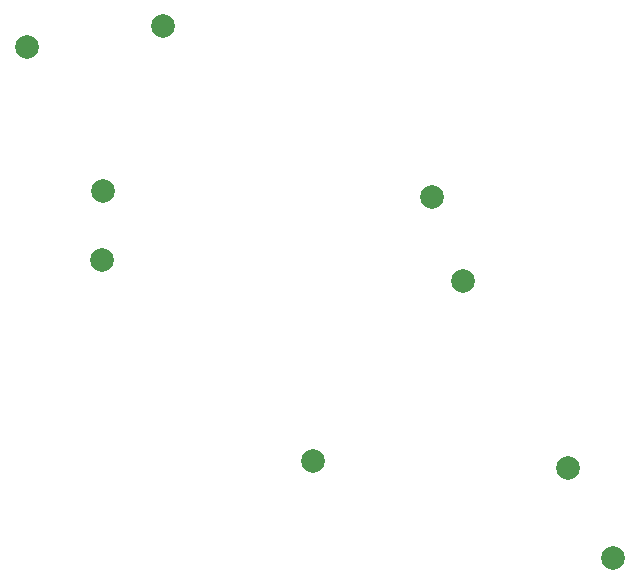
<source format=gbr>
%FSLAX34Y34*%
%MOMM*%
%LNSILK_TOP*%
G71*
G01*
%ADD10C, 2.000*%
%ADD11C, 2.000*%
%LPD*%
X396875Y-260350D02*
G54D10*
D03*
X91702Y-243120D02*
G54D10*
D03*
X92075Y-184150D02*
G54D10*
D03*
X370861Y-189132D02*
G54D11*
D03*
X142875Y-44450D02*
G54D10*
D03*
X523875Y-495300D02*
G54D10*
D03*
X27981Y-62083D02*
G54D10*
D03*
X269875Y-412750D02*
G54D10*
D03*
X485775Y-419100D02*
G54D10*
D03*
M02*

</source>
